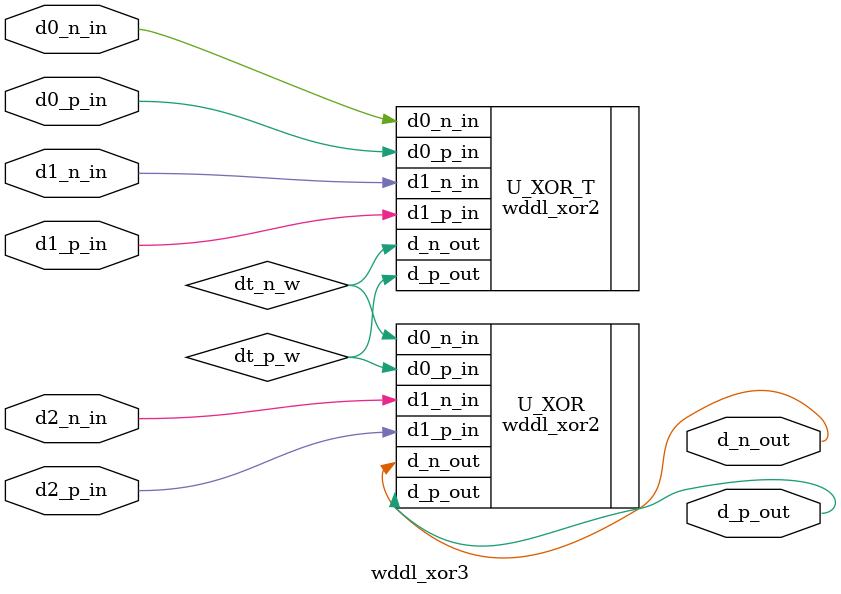
<source format=v>
module  wddl_xor3
(
 d0_p_in
,d0_n_in
,d1_p_in
,d1_n_in
,d2_p_in
,d2_n_in
,d_p_out
,d_n_out
);

parameter WIDTH      = 1;

input   [WIDTH-1 : 0]   d0_p_in, d0_n_in;
input   [WIDTH-1 : 0]   d1_p_in, d1_n_in;
input   [WIDTH-1 : 0]   d2_p_in, d2_n_in;
output  [WIDTH-1 : 0]   d_p_out, d_n_out;

wire    [WIDTH-1 : 0]   dt_p_w, dt_n_w;


wddl_xor2 #(WIDTH)    U_XOR_T
(
 .d0_p_in   ( d0_p_in   )
,.d0_n_in   ( d0_n_in   )
,.d1_p_in   ( d1_p_in   )
,.d1_n_in   ( d1_n_in   )
,.d_p_out   ( dt_p_w    )
,.d_n_out   ( dt_n_w    )
);

wddl_xor2 #(WIDTH)    U_XOR
(
 .d0_p_in   ( dt_p_w    )
,.d0_n_in   ( dt_n_w    )
,.d1_p_in   ( d2_p_in   )
,.d1_n_in   ( d2_n_in   )
,.d_p_out   ( d_p_out   )
,.d_n_out   ( d_n_out   )
);


endmodule


</source>
